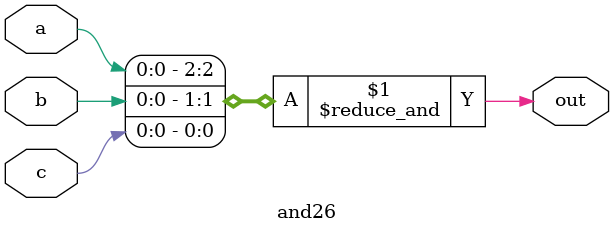
<source format=v>
module and26 (
  input a,
  input b,
  input c,
  output out
);

  assign out = &{a,b,c}; // Performs an AND operation

endmodule

</source>
